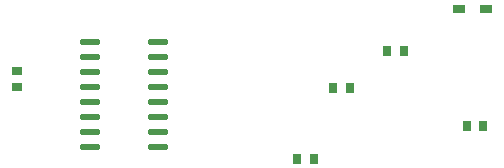
<source format=gtp>
G04 Layer: TopPasteMaskLayer*
G04 EasyEDA v6.5.44, 2024-07-15 21:32:29*
G04 Gerber Generator version 0.2*
G04 Scale: 100 percent, Rotated: No, Reflected: No *
G04 Dimensions in millimeters *
G04 leading zeros omitted , absolute positions ,4 integer and 5 decimal *
%FSLAX45Y45*%
%MOMM*%

%ADD10R,0.9000X0.8000*%
%ADD11R,0.8000X0.9000*%
%ADD12O,1.7450054X0.5599938*%
%ADD13R,1.0000X0.7500*%

%LPD*%
D10*
G01*
X1950948Y6203797D03*
G01*
X1950948Y6343802D03*
D11*
G01*
X4459350Y5600700D03*
G01*
X4319346Y5600700D03*
G01*
X4764150Y6197600D03*
G01*
X4624146Y6197600D03*
G01*
X5221350Y6515100D03*
G01*
X5081346Y6515100D03*
G01*
X5895949Y5880100D03*
G01*
X5755970Y5880100D03*
D12*
G01*
X3139897Y5702300D03*
G01*
X3139897Y5829300D03*
G01*
X3139897Y5956300D03*
G01*
X3139897Y6083300D03*
G01*
X3139897Y6210300D03*
G01*
X3139897Y6337300D03*
G01*
X3139897Y6464300D03*
G01*
X3139897Y6591300D03*
G01*
X2565400Y5702300D03*
G01*
X2565400Y5829300D03*
G01*
X2565400Y5956300D03*
G01*
X2565400Y6083300D03*
G01*
X2565400Y6210300D03*
G01*
X2565400Y6337300D03*
G01*
X2565400Y6464300D03*
G01*
X2565400Y6591300D03*
D13*
G01*
X5921146Y6870700D03*
G01*
X5686653Y6870700D03*
M02*

</source>
